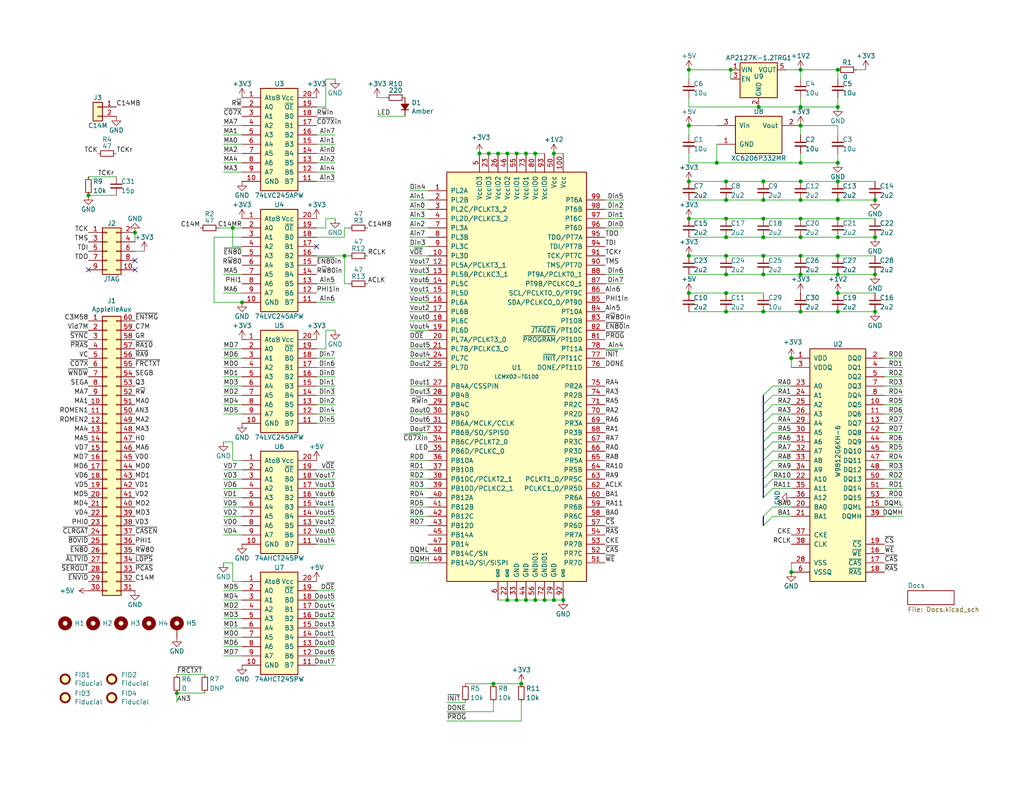
<source format=kicad_sch>
(kicad_sch (version 20230121) (generator eeschema)
  (paper "USLetter")
  (title_block (title "GW4203B (RAM2E II) - LCMXO2-640 / LCMXO2-1200") (date "2023-10-21") (rev "2.1") (company "Garrett's Workshop"))
  (junction (at 198.12 85.09))
  (junction (at 218.44 49.53))
  (junction (at 135.89 41.91))
  (junction (at 187.96 59.69))
  (junction (at 228.6 59.69))
  (junction (at 143.51 163.83))
  (junction (at 218.44 44.45))
  (junction (at 208.28 85.09))
  (junction (at 208.28 64.77))
  (junction (at 198.12 74.93))
  (junction (at 238.76 74.93))
  (junction (at 143.51 41.91))
  (junction (at 228.6 80.01))
  (junction (at 187.96 34.29))
  (junction (at 187.96 80.01))
  (junction (at 133.35 41.91))
  (junction (at 140.97 41.91))
  (junction (at 187.96 69.85))
  (junction (at 228.6 64.77))
  (junction (at 238.76 64.77))
  (junction (at 148.59 163.83))
  (junction (at 218.44 74.93))
  (junction (at 218.44 19.05))
  (junction (at 142.24 186.69))
  (junction (at 228.6 29.21))
  (junction (at 134.62 186.69))
  (junction (at 198.12 64.77))
  (junction (at 138.43 163.83))
  (junction (at 146.05 41.91))
  (junction (at 238.76 54.61))
  (junction (at 93.98 69.85))
  (junction (at 228.6 74.93))
  (junction (at 146.05 163.83))
  (junction (at 198.12 80.01))
  (junction (at 199.39 19.05))
  (junction (at 36.83 63.5))
  (junction (at 228.6 54.61))
  (junction (at 228.6 44.45))
  (junction (at 218.44 59.69))
  (junction (at 138.43 41.91))
  (junction (at 63.5 62.23))
  (junction (at 151.13 41.91))
  (junction (at 228.6 49.53))
  (junction (at 215.9 156.21))
  (junction (at 66.04 82.55))
  (junction (at 208.28 69.85))
  (junction (at 130.81 41.91))
  (junction (at 208.28 54.61))
  (junction (at 140.97 163.83))
  (junction (at 151.13 163.83))
  (junction (at 208.28 74.93))
  (junction (at 218.44 64.77))
  (junction (at 218.44 85.09))
  (junction (at 24.13 53.34))
  (junction (at 153.67 163.83))
  (junction (at 198.12 49.53))
  (junction (at 238.76 85.09))
  (junction (at 187.96 19.05))
  (junction (at 228.6 69.85))
  (junction (at 198.12 54.61))
  (junction (at 218.44 54.61))
  (junction (at 195.58 44.45))
  (junction (at 198.12 59.69))
  (junction (at 208.28 59.69))
  (junction (at 48.26 189.23))
  (junction (at 215.9 97.79))
  (junction (at 208.28 49.53))
  (junction (at 228.6 85.09))
  (junction (at 228.6 19.05))
  (junction (at 187.96 49.53))
  (junction (at 218.44 29.21))
  (junction (at 218.44 69.85))
  (junction (at 218.44 34.29))
  (junction (at 207.01 29.21))
  (junction (at 198.12 69.85))
  (no_connect (at 36.83 71.12))
  (no_connect (at 24.13 73.66))
  (no_connect (at 36.83 73.66))
  (no_connect (at 86.36 67.31))
  (bus_entry (at 210.82 115.57) (size -2.54 2.54))
  (bus_entry (at 210.82 140.97) (size -2.54 2.54))
  (bus_entry (at 210.82 113.03) (size -2.54 2.54))
  (bus_entry (at 210.82 138.43) (size -2.54 2.54))
  (bus_entry (at 210.82 123.19) (size -2.54 2.54))
  (bus_entry (at 210.82 107.95) (size -2.54 2.54))
  (bus_entry (at 210.82 110.49) (size -2.54 2.54))
  (bus_entry (at 210.82 118.11) (size -2.54 2.54))
  (bus_entry (at 210.82 130.81) (size -2.54 2.54))
  (bus_entry (at 210.82 133.35) (size -2.54 2.54))
  (bus_entry (at 210.82 105.41) (size -2.54 2.54))
  (bus_entry (at 210.82 128.27) (size -2.54 2.54))
  (bus_entry (at 210.82 125.73) (size -2.54 2.54))
  (bus_entry (at 210.82 120.65) (size -2.54 2.54))
  (wire (pts (xy 133.35 41.91) (xy 135.89 41.91)))
  (wire (pts (xy 140.97 41.91) (xy 143.51 41.91)))
  (wire (pts (xy 86.36 95.25) (xy 88.9 95.25)))
  (wire (pts (xy 58.42 64.77) (xy 58.42 82.55)))
  (wire (pts (xy 63.5 62.23) (xy 63.5 67.31)))
  (wire (pts (xy 208.28 64.77) (xy 218.44 64.77)))
  (wire (pts (xy 60.96 171.45) (xy 66.04 171.45)))
  (wire (pts (xy 134.62 186.69) (xy 142.24 186.69)))
  (wire (pts (xy 91.44 146.05) (xy 86.36 146.05)))
  (wire (pts (xy 60.96 113.03) (xy 66.04 113.03)))
  (wire (pts (xy 246.38 138.43) (xy 241.3 138.43)))
  (wire (pts (xy 58.42 82.55) (xy 66.04 82.55)))
  (wire (pts (xy 111.76 133.35) (xy 116.84 133.35)))
  (wire (pts (xy 91.44 82.55) (xy 86.36 82.55)))
  (wire (pts (xy 60.96 146.05) (xy 66.04 146.05)))
  (wire (pts (xy 91.44 173.99) (xy 86.36 173.99)))
  (wire (pts (xy 215.9 140.97) (xy 210.82 140.97)))
  (wire (pts (xy 170.18 77.47) (xy 165.1 77.47)))
  (wire (pts (xy 91.44 102.87) (xy 86.36 102.87)))
  (wire (pts (xy 187.96 44.45) (xy 187.96 41.91)))
  (wire (pts (xy 208.28 85.09) (xy 218.44 85.09)))
  (wire (pts (xy 218.44 44.45) (xy 228.6 44.45)))
  (wire (pts (xy 228.6 44.45) (xy 228.6 41.91)))
  (wire (pts (xy 246.38 130.81) (xy 241.3 130.81)))
  (wire (pts (xy 198.12 74.93) (xy 208.28 74.93)))
  (wire (pts (xy 187.96 59.69) (xy 198.12 59.69)))
  (wire (pts (xy 138.43 41.91) (xy 140.97 41.91)))
  (wire (pts (xy 215.9 123.19) (xy 210.82 123.19)))
  (wire (pts (xy 111.76 90.17) (xy 116.84 90.17)))
  (wire (pts (xy 121.92 191.77) (xy 127 191.77)))
  (wire (pts (xy 170.18 62.23) (xy 165.1 62.23)))
  (wire (pts (xy 93.98 64.77) (xy 93.98 62.23)))
  (wire (pts (xy 60.96 44.45) (xy 66.04 44.45)))
  (wire (pts (xy 111.76 135.89) (xy 116.84 135.89)))
  (wire (pts (xy 146.05 41.91) (xy 148.59 41.91)))
  (wire (pts (xy 60.96 34.29) (xy 66.04 34.29)))
  (wire (pts (xy 228.6 49.53) (xy 238.76 49.53)))
  (wire (pts (xy 60.96 95.25) (xy 66.04 95.25)))
  (wire (pts (xy 111.76 82.55) (xy 116.84 82.55)))
  (wire (pts (xy 91.44 130.81) (xy 86.36 130.81)))
  (wire (pts (xy 48.26 189.23) (xy 48.26 191.77)))
  (wire (pts (xy 215.9 107.95) (xy 210.82 107.95)))
  (wire (pts (xy 121.92 196.85) (xy 142.24 196.85)))
  (wire (pts (xy 91.44 97.79) (xy 86.36 97.79)))
  (wire (pts (xy 218.44 29.21) (xy 207.01 29.21)))
  (wire (pts (xy 151.13 163.83) (xy 148.59 163.83)))
  (wire (pts (xy 218.44 21.59) (xy 218.44 19.05)))
  (wire (pts (xy 111.76 57.15) (xy 116.84 57.15)))
  (wire (pts (xy 215.9 138.43) (xy 210.82 138.43)))
  (bus (pts (xy 208.28 128.27) (xy 208.28 130.81)))
  (wire (pts (xy 111.76 100.33) (xy 116.84 100.33)))
  (bus (pts (xy 208.28 123.19) (xy 208.28 125.73)))
  (wire (pts (xy 60.96 140.97) (xy 66.04 140.97)))
  (wire (pts (xy 210.82 133.35) (xy 215.9 133.35)))
  (wire (pts (xy 218.44 74.93) (xy 228.6 74.93)))
  (wire (pts (xy 187.96 34.29) (xy 187.96 36.83)))
  (wire (pts (xy 170.18 54.61) (xy 165.1 54.61)))
  (wire (pts (xy 111.76 74.93) (xy 116.84 74.93)))
  (wire (pts (xy 91.44 135.89) (xy 86.36 135.89)))
  (wire (pts (xy 91.44 39.37) (xy 86.36 39.37)))
  (wire (pts (xy 218.44 36.83) (xy 218.44 34.29)))
  (bus (pts (xy 208.28 120.65) (xy 208.28 123.19)))
  (wire (pts (xy 95.25 69.85) (xy 93.98 69.85)))
  (wire (pts (xy 111.76 95.25) (xy 116.84 95.25)))
  (wire (pts (xy 60.96 143.51) (xy 66.04 143.51)))
  (wire (pts (xy 170.18 74.93) (xy 165.1 74.93)))
  (wire (pts (xy 60.96 110.49) (xy 66.04 110.49)))
  (wire (pts (xy 111.76 64.77) (xy 116.84 64.77)))
  (wire (pts (xy 228.6 21.59) (xy 228.6 19.05)))
  (wire (pts (xy 60.96 166.37) (xy 66.04 166.37)))
  (wire (pts (xy 218.44 49.53) (xy 228.6 49.53)))
  (wire (pts (xy 116.84 92.71) (xy 111.76 92.71)))
  (wire (pts (xy 48.26 184.15) (xy 55.88 184.15)))
  (wire (pts (xy 215.9 125.73) (xy 210.82 125.73)))
  (wire (pts (xy 88.9 21.59) (xy 91.44 21.59)))
  (wire (pts (xy 198.12 54.61) (xy 208.28 54.61)))
  (wire (pts (xy 170.18 95.25) (xy 165.1 95.25)))
  (wire (pts (xy 135.89 41.91) (xy 138.43 41.91)))
  (wire (pts (xy 130.81 41.91) (xy 133.35 41.91)))
  (wire (pts (xy 91.44 171.45) (xy 86.36 171.45)))
  (wire (pts (xy 228.6 80.01) (xy 238.76 80.01)))
  (wire (pts (xy 91.44 138.43) (xy 86.36 138.43)))
  (wire (pts (xy 60.96 107.95) (xy 66.04 107.95)))
  (wire (pts (xy 24.13 48.26) (xy 31.75 48.26)))
  (wire (pts (xy 93.98 69.85) (xy 93.98 77.47)))
  (wire (pts (xy 86.36 128.27) (xy 91.44 128.27)))
  (wire (pts (xy 36.83 66.04) (xy 36.83 63.5)))
  (wire (pts (xy 60.96 36.83) (xy 66.04 36.83)))
  (wire (pts (xy 218.44 69.85) (xy 228.6 69.85)))
  (bus (pts (xy 208.28 110.49) (xy 208.28 113.03)))
  (wire (pts (xy 111.76 118.11) (xy 116.84 118.11)))
  (wire (pts (xy 60.96 46.99) (xy 66.04 46.99)))
  (wire (pts (xy 187.96 44.45) (xy 195.58 44.45)))
  (wire (pts (xy 111.76 62.23) (xy 116.84 62.23)))
  (wire (pts (xy 60.96 105.41) (xy 66.04 105.41)))
  (wire (pts (xy 208.28 74.93) (xy 218.44 74.93)))
  (wire (pts (xy 153.67 41.91) (xy 151.13 41.91)))
  (bus (pts (xy 208.28 125.73) (xy 208.28 128.27)))
  (wire (pts (xy 91.44 44.45) (xy 86.36 44.45)))
  (wire (pts (xy 91.44 77.47) (xy 86.36 77.47)))
  (wire (pts (xy 60.96 80.01) (xy 66.04 80.01)))
  (wire (pts (xy 91.44 36.83) (xy 86.36 36.83)))
  (wire (pts (xy 187.96 29.21) (xy 207.01 29.21)))
  (wire (pts (xy 66.04 158.75) (xy 63.5 158.75)))
  (wire (pts (xy 236.22 19.05) (xy 233.68 19.05)))
  (wire (pts (xy 246.38 107.95) (xy 241.3 107.95)))
  (wire (pts (xy 60.96 168.91) (xy 66.04 168.91)))
  (wire (pts (xy 228.6 74.93) (xy 238.76 74.93)))
  (wire (pts (xy 91.44 179.07) (xy 86.36 179.07)))
  (wire (pts (xy 60.96 173.99) (xy 66.04 173.99)))
  (wire (pts (xy 228.6 34.29) (xy 218.44 34.29)))
  (wire (pts (xy 146.05 163.83) (xy 143.51 163.83)))
  (wire (pts (xy 91.44 41.91) (xy 86.36 41.91)))
  (wire (pts (xy 187.96 69.85) (xy 198.12 69.85)))
  (wire (pts (xy 63.5 158.75) (xy 63.5 153.67)))
  (wire (pts (xy 60.96 163.83) (xy 66.04 163.83)))
  (wire (pts (xy 111.76 143.51) (xy 116.84 143.51)))
  (wire (pts (xy 55.88 189.23) (xy 48.26 189.23)))
  (bus (pts (xy 208.28 140.97) (xy 208.28 143.51)))
  (wire (pts (xy 110.49 31.75) (xy 102.87 31.75)))
  (wire (pts (xy 218.44 29.21) (xy 218.44 26.67)))
  (wire (pts (xy 63.5 120.65) (xy 60.96 120.65)))
  (wire (pts (xy 228.6 36.83) (xy 228.6 34.29)))
  (wire (pts (xy 93.98 77.47) (xy 95.25 77.47)))
  (wire (pts (xy 246.38 123.19) (xy 241.3 123.19)))
  (wire (pts (xy 88.9 59.69) (xy 91.44 59.69)))
  (wire (pts (xy 187.96 54.61) (xy 198.12 54.61)))
  (wire (pts (xy 111.76 54.61) (xy 116.84 54.61)))
  (wire (pts (xy 246.38 113.03) (xy 241.3 113.03)))
  (wire (pts (xy 218.44 44.45) (xy 195.58 44.45)))
  (wire (pts (xy 60.96 74.93) (xy 66.04 74.93)))
  (wire (pts (xy 60.96 39.37) (xy 66.04 39.37)))
  (wire (pts (xy 215.9 118.11) (xy 210.82 118.11)))
  (wire (pts (xy 246.38 105.41) (xy 241.3 105.41)))
  (wire (pts (xy 228.6 64.77) (xy 238.76 64.77)))
  (wire (pts (xy 59.69 62.23) (xy 63.5 62.23)))
  (wire (pts (xy 198.12 85.09) (xy 208.28 85.09)))
  (wire (pts (xy 198.12 64.77) (xy 208.28 64.77)))
  (wire (pts (xy 91.44 143.51) (xy 86.36 143.51)))
  (wire (pts (xy 215.9 100.33) (xy 215.9 97.79)))
  (wire (pts (xy 102.87 26.67) (xy 105.41 26.67)))
  (wire (pts (xy 91.44 140.97) (xy 86.36 140.97)))
  (wire (pts (xy 187.96 64.77) (xy 198.12 64.77)))
  (wire (pts (xy 127 186.69) (xy 134.62 186.69)))
  (wire (pts (xy 63.5 153.67) (xy 60.96 153.67)))
  (wire (pts (xy 228.6 59.69) (xy 238.76 59.69)))
  (wire (pts (xy 142.24 191.77) (xy 142.24 196.85)))
  (wire (pts (xy 198.12 85.09) (xy 187.96 85.09)))
  (wire (pts (xy 63.5 125.73) (xy 63.5 120.65)))
  (wire (pts (xy 60.96 179.07) (xy 66.04 179.07)))
  (wire (pts (xy 198.12 80.01) (xy 208.28 80.01)))
  (wire (pts (xy 187.96 74.93) (xy 198.12 74.93)))
  (wire (pts (xy 218.44 64.77) (xy 228.6 64.77)))
  (wire (pts (xy 88.9 59.69) (xy 88.9 62.23)))
  (wire (pts (xy 134.62 194.31) (xy 134.62 191.77)))
  (wire (pts (xy 60.96 130.81) (xy 66.04 130.81)))
  (wire (pts (xy 215.9 156.21) (xy 215.9 153.67)))
  (wire (pts (xy 86.36 64.77) (xy 93.98 64.77)))
  (wire (pts (xy 138.43 163.83) (xy 135.89 163.83)))
  (wire (pts (xy 66.04 62.23) (xy 63.5 62.23)))
  (wire (pts (xy 60.96 128.27) (xy 66.04 128.27)))
  (wire (pts (xy 187.96 19.05) (xy 199.39 19.05)))
  (wire (pts (xy 246.38 97.79) (xy 241.3 97.79)))
  (wire (pts (xy 246.38 128.27) (xy 241.3 128.27)))
  (wire (pts (xy 218.44 19.05) (xy 214.63 19.05)))
  (wire (pts (xy 246.38 125.73) (xy 241.3 125.73)))
  (wire (pts (xy 246.38 120.65) (xy 241.3 120.65)))
  (wire (pts (xy 199.39 19.05) (xy 199.39 21.59)))
  (wire (pts (xy 246.38 133.35) (xy 241.3 133.35)))
  (wire (pts (xy 60.96 161.29) (xy 66.04 161.29)))
  (wire (pts (xy 93.98 62.23) (xy 95.25 62.23)))
  (wire (pts (xy 60.96 176.53) (xy 66.04 176.53)))
  (wire (pts (xy 66.04 64.77) (xy 58.42 64.77)))
  (wire (pts (xy 238.76 85.09) (xy 228.6 85.09)))
  (wire (pts (xy 91.44 176.53) (xy 86.36 176.53)))
  (wire (pts (xy 153.67 163.83) (xy 151.13 163.83)))
  (wire (pts (xy 187.96 19.05) (xy 187.96 21.59)))
  (wire (pts (xy 91.44 163.83) (xy 86.36 163.83)))
  (wire (pts (xy 111.76 105.41) (xy 116.84 105.41)))
  (wire (pts (xy 111.76 77.47) (xy 116.84 77.47)))
  (wire (pts (xy 187.96 49.53) (xy 198.12 49.53)))
  (wire (pts (xy 86.36 69.85) (xy 93.98 69.85)))
  (wire (pts (xy 215.9 105.41) (xy 210.82 105.41)))
  (wire (pts (xy 218.44 44.45) (xy 218.44 41.91)))
  (wire (pts (xy 208.28 49.53) (xy 218.44 49.53)))
  (wire (pts (xy 111.76 52.07) (xy 116.84 52.07)))
  (wire (pts (xy 60.96 102.87) (xy 66.04 102.87)))
  (wire (pts (xy 31.75 53.34) (xy 24.13 53.34)))
  (wire (pts (xy 116.84 69.85) (xy 111.76 69.85)))
  (wire (pts (xy 246.38 115.57) (xy 241.3 115.57)))
  (wire (pts (xy 215.9 110.49) (xy 210.82 110.49)))
  (wire (pts (xy 111.76 87.63) (xy 116.84 87.63)))
  (wire (pts (xy 246.38 100.33) (xy 241.3 100.33)))
  (wire (pts (xy 198.12 49.53) (xy 208.28 49.53)))
  (wire (pts (xy 111.76 115.57) (xy 116.84 115.57)))
  (wire (pts (xy 91.44 49.53) (xy 86.36 49.53)))
  (wire (pts (xy 198.12 59.69) (xy 208.28 59.69)))
  (wire (pts (xy 143.51 41.91) (xy 146.05 41.91)))
  (wire (pts (xy 246.38 135.89) (xy 241.3 135.89)))
  (wire (pts (xy 86.36 62.23) (xy 88.9 62.23)))
  (wire (pts (xy 215.9 120.65) (xy 210.82 120.65)))
  (wire (pts (xy 86.36 29.21) (xy 88.9 29.21)))
  (wire (pts (xy 218.44 29.21) (xy 228.6 29.21)))
  (wire (pts (xy 208.28 54.61) (xy 218.44 54.61)))
  (wire (pts (xy 228.6 19.05) (xy 218.44 19.05)))
  (wire (pts (xy 208.28 59.69) (xy 218.44 59.69)))
  (wire (pts (xy 215.9 128.27) (xy 210.82 128.27)))
  (wire (pts (xy 187.96 34.29) (xy 195.58 34.29)))
  (wire (pts (xy 187.96 80.01) (xy 198.12 80.01)))
  (wire (pts (xy 91.44 113.03) (xy 86.36 113.03)))
  (wire (pts (xy 111.76 125.73) (xy 116.84 125.73)))
  (wire (pts (xy 116.84 153.67) (xy 111.76 153.67)))
  (bus (pts (xy 208.28 113.03) (xy 208.28 115.57)))
  (wire (pts (xy 111.76 140.97) (xy 116.84 140.97)))
  (wire (pts (xy 86.36 161.29) (xy 91.44 161.29)))
  (wire (pts (xy 91.44 148.59) (xy 86.36 148.59)))
  (wire (pts (xy 60.96 97.79) (xy 66.04 97.79)))
  (wire (pts (xy 228.6 54.61) (xy 238.76 54.61)))
  (wire (pts (xy 39.37 68.58) (xy 36.83 68.58)))
  (wire (pts (xy 111.76 72.39) (xy 116.84 72.39)))
  (wire (pts (xy 146.05 163.83) (xy 148.59 163.83)))
  (wire (pts (xy 66.04 125.73) (xy 63.5 125.73)))
  (wire (pts (xy 246.38 118.11) (xy 241.3 118.11)))
  (wire (pts (xy 246.38 102.87) (xy 241.3 102.87)))
  (wire (pts (xy 121.92 194.31) (xy 134.62 194.31)))
  (wire (pts (xy 63.5 67.31) (xy 66.04 67.31)))
  (wire (pts (xy 91.44 168.91) (xy 86.36 168.91)))
  (wire (pts (xy 91.44 105.41) (xy 86.36 105.41)))
  (wire (pts (xy 215.9 130.81) (xy 210.82 130.81)))
  (wire (pts (xy 143.51 163.83) (xy 140.97 163.83)))
  (wire (pts (xy 215.9 113.03) (xy 210.82 113.03)))
  (wire (pts (xy 140.97 163.83) (xy 138.43 163.83)))
  (wire (pts (xy 111.76 107.95) (xy 116.84 107.95)))
  (wire (pts (xy 246.38 110.49) (xy 241.3 110.49)))
  (wire (pts (xy 170.18 57.15) (xy 165.1 57.15)))
  (wire (pts (xy 187.96 29.21) (xy 187.96 26.67)))
  (wire (pts (xy 91.44 133.35) (xy 86.36 133.35)))
  (wire (pts (xy 88.9 95.25) (xy 88.9 90.17)))
  (bus (pts (xy 208.28 118.11) (xy 208.28 120.65)))
  (bus (pts (xy 208.28 107.95) (xy 208.28 110.49)))
  (wire (pts (xy 88.9 21.59) (xy 88.9 29.21)))
  (wire (pts (xy 170.18 59.69) (xy 165.1 59.69)))
  (wire (pts (xy 60.96 41.91) (xy 66.04 41.91)))
  (wire (pts (xy 111.76 85.09) (xy 116.84 85.09)))
  (wire (pts (xy 91.44 46.99) (xy 86.36 46.99)))
  (wire (pts (xy 198.12 69.85) (xy 208.28 69.85)))
  (wire (pts (xy 60.96 100.33) (xy 66.04 100.33)))
  (wire (pts (xy 208.28 69.85) (xy 218.44 69.85)))
  (wire (pts (xy 91.44 115.57) (xy 86.36 115.57)))
  (wire (pts (xy 228.6 29.21) (xy 228.6 26.67)))
  (wire (pts (xy 215.9 115.57) (xy 210.82 115.57)))
  (bus (pts (xy 208.28 130.81) (xy 208.28 133.35)))
  (bus (pts (xy 208.28 115.57) (xy 208.28 118.11)))
  (wire (pts (xy 116.84 151.13) (xy 111.76 151.13)))
  (wire (pts (xy 111.76 113.03) (xy 116.84 113.03)))
  (wire (pts (xy 60.96 133.35) (xy 66.04 133.35)))
  (wire (pts (xy 195.58 44.45) (xy 195.58 39.37)))
  (wire (pts (xy 111.76 59.69) (xy 116.84 59.69)))
  (wire (pts (xy 91.44 100.33) (xy 86.36 100.33)))
  (wire (pts (xy 116.84 138.43) (xy 111.76 138.43)))
  (wire (pts (xy 218.44 59.69) (xy 228.6 59.69)))
  (wire (pts (xy 218.44 54.61) (xy 228.6 54.61)))
  (wire (pts (xy 228.6 69.85) (xy 238.76 69.85)))
  (wire (pts (xy 60.96 135.89) (xy 66.04 135.89)))
  (wire (pts (xy 111.76 80.01) (xy 116.84 80.01)))
  (wire (pts (xy 111.76 130.81) (xy 116.84 130.81)))
  (wire (pts (xy 91.44 181.61) (xy 86.36 181.61)))
  (wire (pts (xy 218.44 85.09) (xy 228.6 85.09)))
  (wire (pts (xy 91.44 166.37) (xy 86.36 166.37)))
  (wire (pts (xy 60.96 138.43) (xy 66.04 138.43)))
  (wire (pts (xy 91.44 107.95) (xy 86.36 107.95)))
  (wire (pts (xy 111.76 128.27) (xy 116.84 128.27)))
  (wire (pts (xy 246.38 140.97) (xy 241.3 140.97)))
  (bus (pts (xy 208.28 133.35) (xy 208.28 135.89)))
  (wire (pts (xy 111.76 67.31) (xy 116.84 67.31)))
  (wire (pts (xy 91.44 110.49) (xy 86.36 110.49)))
  (wire (pts (xy 111.76 97.79) (xy 116.84 97.79)))
  (wire (pts (xy 88.9 90.17) (xy 91.44 90.17)))
  (label "~{PRAS}" (at 24.13 95.25 180))
  (label "RA4" (at 215.9 115.57 180))
  (label "~{SEROUT}" (at 24.13 156.21 180))
  (label "MD1" (at 60.96 171.45 0))
  (label "MD0" (at 36.83 128.27 0))
  (label "MD5" (at 24.13 135.89 180))
  (label "Din0" (at 170.18 62.23 180))
  (label "RD2" (at 246.38 130.81 180))
  (label "Ain4" (at 170.18 95.25 180))
  (label "TCKr" (at 165.1 69.85 0))
  (label "RD6" (at 111.76 140.97 0))
  (label "RA8" (at 165.1 125.73 0))
  (label "Din3" (at 91.44 107.95 180))
  (label "MD3" (at 60.96 168.91 0))
  (label "~{WNDW}" (at 24.13 102.87 180))
  (label "MD4" (at 60.96 110.49 0))
  (label "RD1" (at 111.76 128.27 0))
  (label "Vout6" (at 111.76 77.47 0))
  (label "RCLK" (at 100.33 69.85 0))
  (label "MD2" (at 60.96 166.37 0))
  (label "RCLK" (at 215.9 148.59 180))
  (label "MA5" (at 24.13 120.65 180))
  (label "Vout6" (at 91.44 135.89 180))
  (label "Ain2" (at 111.76 62.23 0))
  (label "Ain6" (at 165.1 80.01 0))
  (label "~{ENVID}" (at 24.13 158.75 180))
  (label "Din5" (at 170.18 54.61 180))
  (label "Din2" (at 170.18 57.15 180))
  (label "Ain6" (at 91.44 82.55 180))
  (label "VD6" (at 60.96 133.35 0))
  (label "Din6" (at 170.18 74.93 180))
  (label "RA5" (at 165.1 110.49 0))
  (label "VD0" (at 36.83 125.73 0))
  (label "PHI1in" (at 165.1 82.55 0))
  (label "Dout0" (at 111.76 113.03 0))
  (label "MD7" (at 60.96 179.07 0))
  (label "Vout5" (at 91.44 140.97 180))
  (label "Ain2" (at 91.44 44.45 180))
  (label "Din6" (at 91.44 100.33 180))
  (label "Ain0" (at 91.44 41.91 180))
  (label "Din4" (at 111.76 52.07 0))
  (label "VD0" (at 60.96 143.51 0))
  (label "~{CASEN}" (at 36.83 146.05 0))
  (label "RD3" (at 246.38 105.41 180))
  (label "DONE" (at 165.1 100.33 0))
  (label "PHI0" (at 24.13 143.51 180))
  (label "R~{W}80" (at 36.83 151.13 0))
  (label "Dout2" (at 111.76 100.33 0))
  (label "Ain4" (at 91.44 46.99 180))
  (label "~{PROG}" (at 165.1 92.71 0))
  (label "ROMEN2" (at 24.13 115.57 180))
  (label "Din4" (at 91.44 113.03 180))
  (label "GR" (at 36.83 92.71 0))
  (label "MA7" (at 24.13 107.95 180))
  (label "RD7" (at 246.38 115.57 180))
  (label "Vout0" (at 91.44 146.05 180))
  (label "Dout0" (at 91.44 176.53 180))
  (label "Dout6" (at 91.44 179.07 180))
  (label "VD4" (at 24.13 140.97 180))
  (label "~{SYNC}" (at 24.13 92.71 180))
  (label "MA0" (at 36.83 110.49 0))
  (label "~{EN80}in" (at 165.1 90.17 0))
  (label "Dout2" (at 91.44 168.91 180))
  (label "Vout4" (at 111.76 90.17 0))
  (label "VD2" (at 36.83 135.89 0))
  (label "Dout4" (at 91.44 166.37 180))
  (label "H0" (at 36.83 120.65 0))
  (label "RA3" (at 165.1 107.95 0))
  (label "RA5" (at 215.9 118.11 180))
  (label "VD5" (at 60.96 138.43 0))
  (label "Dout3" (at 91.44 171.45 180))
  (label "RD6" (at 246.38 120.65 180))
  (label "~{LDPS}" (at 36.83 153.67 0))
  (label "VC" (at 24.13 97.79 180))
  (label "RA0" (at 165.1 123.19 0))
  (label "MD0" (at 60.96 100.33 0))
  (label "Din0" (at 91.44 102.87 180))
  (label "TCK" (at 24.13 63.5 180))
  (label "VD1" (at 60.96 135.89 0))
  (label "BA0" (at 215.9 138.43 180))
  (label "MD7" (at 24.13 125.73 180))
  (label "RA11" (at 215.9 133.35 180))
  (label "Vout2" (at 91.44 143.51 180))
  (label "MA4" (at 24.13 118.11 180))
  (label "LED" (at 102.87 31.75 0))
  (label "MD3" (at 60.96 105.41 0))
  (label "RA9" (at 165.1 130.81 0))
  (label "RD2" (at 111.76 130.81 0))
  (label "~{PROG}" (at 121.92 196.85 0))
  (label "Vout3" (at 91.44 133.35 180))
  (label "RA11" (at 165.1 138.43 0))
  (label "R~{W}" (at 36.83 107.95 0))
  (label "CKE" (at 165.1 148.59 0))
  (label "~{CLRGAT}" (at 24.13 146.05 180))
  (label "Ain5" (at 165.1 85.09 0))
  (label "R~{W}in" (at 116.84 110.49 180))
  (label "VD4" (at 60.96 146.05 0))
  (label "MA7" (at 60.96 34.29 0))
  (label "MD0" (at 60.96 173.99 0))
  (label "~{C07X}in" (at 86.36 34.29 0))
  (label "DQMH" (at 111.76 153.67 0))
  (label "MD2" (at 60.96 107.95 0))
  (label "RA6" (at 215.9 120.65 180))
  (label "RD4" (at 111.76 135.89 0))
  (label "Din2" (at 91.44 110.49 180))
  (label "MD4" (at 60.96 163.83 0))
  (label "Dout6" (at 111.76 115.57 0))
  (label "R~{W}80in" (at 86.36 74.93 0))
  (label "MA5" (at 60.96 74.93 0))
  (label "DQMH" (at 246.38 140.97 180))
  (label "~{EN80}" (at 66.04 69.85 180))
  (label "V~{OE}" (at 111.76 69.85 0))
  (label "MD6" (at 24.13 128.27 180))
  (label "MD3" (at 36.83 140.97 0))
  (label "Din3" (at 111.76 67.31 0))
  (label "~{CAS}" (at 165.1 151.13 0))
  (label "VD7" (at 24.13 123.19 180))
  (label "VD3" (at 60.96 130.81 0))
  (label "RA3" (at 215.9 113.03 180))
  (label "MA1" (at 24.13 110.49 180))
  (label "C7M" (at 36.83 90.17 0))
  (label "~{EN80}in" (at 86.36 72.39 0))
  (label "~{80VID}" (at 24.13 148.59 180))
  (label "RD2" (at 246.38 102.87 180))
  (label "Dout1" (at 111.76 105.41 0))
  (label "RA2" (at 165.1 113.03 0))
  (label "Vout1" (at 91.44 138.43 180))
  (label "~{RAS}" (at 241.3 156.21 0))
  (label "BA1" (at 165.1 135.89 0))
  (label "~{FRCTXT}" (at 48.26 184.15 0))
  (label "MD6" (at 60.96 176.53 0))
  (label "Ain1" (at 91.44 39.37 180))
  (label "VD6" (at 24.13 130.81 180))
  (label "Ain3" (at 111.76 59.69 0))
  (label "PHI1in" (at 86.36 80.01 0))
  (label "~{C07X}" (at 24.13 100.33 180))
  (label "~{ALTVID}" (at 24.13 153.67 180))
  (label "Ain3" (at 91.44 49.53 180))
  (label "~{C07X}" (at 66.04 31.75 180))
  (label "~{CS}" (at 165.1 143.51 0))
  (label "RA4" (at 165.1 105.41 0))
  (label "R~{W}80" (at 66.04 72.39 180))
  (label "Dout1" (at 91.44 173.99 180))
  (label "PHI1" (at 66.04 77.47 180))
  (label "RD1" (at 246.38 100.33 180))
  (label "RA1" (at 165.1 118.11 0))
  (label "R~{W}" (at 66.04 29.21 180))
  (label "~{FRCTXT}" (at 36.83 100.33 0))
  (label "R~{W}80in" (at 165.1 87.63 0))
  (label "MA6" (at 36.83 123.19 0))
  (label "~{CS}" (at 241.3 148.59 0))
  (label "PHI1" (at 36.83 148.59 0))
  (label "Ain1" (at 111.76 54.61 0))
  (label "TDI" (at 165.1 67.31 0))
  (label "RD3" (at 111.76 133.35 0))
  (label "BA0" (at 165.1 140.97 0))
  (label "Din1" (at 91.44 105.41 180))
  (label "VD7" (at 60.96 128.27 0))
  (label "RD6" (at 246.38 113.03 180))
  (label "Vout0" (at 111.76 87.63 0))
  (label "VD5" (at 24.13 133.35 180))
  (label "~{CAS}" (at 241.3 153.67 0))
  (label "C14M" (at 36.83 158.75 0))
  (label "RD7" (at 246.38 118.11 180))
  (label "RD3" (at 246.38 128.27 180))
  (label "TDO" (at 165.1 64.77 0))
  (label "AN3" (at 36.83 113.03 0))
  (label "TDO" (at 24.13 71.12 180))
  (label "RA2" (at 215.9 110.49 180))
  (label "RA10" (at 215.9 130.81 180))
  (label "RD5" (at 111.76 138.43 0))
  (label "MA6" (at 60.96 80.01 0))
  (label "Dout5" (at 111.76 95.25 0))
  (label "DQML" (at 246.38 138.43 180))
  (label "RA9" (at 215.9 128.27 180))
  (label "MD5" (at 60.96 113.03 0))
  (label "BA1" (at 215.9 140.97 180))
  (label "Vid7M" (at 24.13 90.17 180))
  (label "Vout7" (at 111.76 72.39 0))
  (label "~{ENTMG}" (at 36.83 87.63 0))
  (label "RD0" (at 246.38 135.89 180))
  (label "MA3" (at 60.96 46.99 0))
  (label "VD1" (at 36.83 133.35 0))
  (label "MA3" (at 36.83 118.11 0))
  (label "~{WE}" (at 241.3 151.13 0))
  (label "VD3" (at 36.83 143.51 0))
  (label "~{C07X}in" (at 116.84 120.65 180))
  (label "~{RA10}" (at 36.83 95.25 0))
  (label "Din7" (at 170.18 77.47 180))
  (label "SEGA" (at 24.13 105.41 180))
  (label "MD2" (at 36.83 138.43 0))
  (label "AN3" (at 48.26 191.77 0))
  (label "MA2" (at 60.96 41.91 0))
  (label "RD5" (at 246.38 110.49 180))
  (label "ACLK" (at 165.1 133.35 0))
  (label "RA8" (at 215.9 125.73 180))
  (label "MD1" (at 36.83 130.81 0))
  (label "D~{OE}" (at 111.76 92.71 0))
  (label "MD4" (at 24.13 138.43 180))
  (label "MA4" (at 60.96 44.45 0))
  (label "RD5" (at 246.38 123.19 180))
  (label "RD4" (at 246.38 125.73 180))
  (label "RA0" (at 215.9 105.41 180))
  (label "MD5" (at 60.96 161.29 0))
  (label "MA2" (at 36.83 115.57 0))
  (label "V~{OE}" (at 91.44 128.27 180))
  (label "MD1" (at 60.96 102.87 0))
  (label "C3M58" (at 24.13 87.63 180))
  (label "~{RAS}" (at 165.1 146.05 0))
  (label "Ain0" (at 111.76 57.15 0))
  (label "~{INIT}" (at 121.92 191.77 0))
  (label "VD2" (at 60.96 140.97 0))
  (label "D~{OE}" (at 91.44 161.29 180))
  (label "Ain7" (at 91.44 36.83 180))
  (label "RD0" (at 246.38 97.79 180))
  (label "RA1" (at 215.9 107.95 180))
  (label "RA10" (at 165.1 128.27 0))
  (label "~{EN80}" (at 24.13 151.13 180))
  (label "Vout7" (at 91.44 130.81 180))
  (label "DONE" (at 121.92 194.31 0))
  (label "Ain7" (at 111.76 64.77 0))
  (label "RA7" (at 165.1 120.65 0))
  (label "~{RA9}" (at 36.83 97.79 0))
  (label "TMS" (at 24.13 66.04 180))
  (label "TCKr" (at 26.67 48.26 0))
  (label "Din7" (at 91.44 97.79 180))
  (label "C14MB" (at 31.75 29.21 0))
  (label "Din1" (at 170.18 59.69 180))
  (label "MD6" (at 60.96 97.79 0))
  (label "Vout4" (at 91.44 148.59 180))
  (label "LED" (at 116.84 123.19 180))
  (label "RD7" (at 111.76 143.51 0))
  (label "RA7" (at 215.9 123.19 180))
  (label "C14M" (at 54.61 62.23 180))
  (label "TDI" (at 24.13 68.58 180))
  (label "TCKr" (at 31.75 41.91 0))
  (label "~{PCAS}" (at 36.83 156.21 0))
  (label "Dout4" (at 111.76 97.79 0))
  (label "Dout3" (at 111.76 107.95 0))
  (label "TCK" (at 26.67 41.91 180))
  (label "R~{W}in" (at 86.36 31.75 0))
  (label "~{INIT}" (at 165.1 97.79 0))
  (label "DQML" (at 111.76 151.13 0))
  (label "SEGB" (at 36.83 102.87 0))
  (label "RA6" (at 165.1 115.57 0))
  (label "RD0" (at 111.76 125.73 0))
  (label "~{WE}" (at 165.1 153.67 0))
  (label "Vout1" (at 111.76 80.01 0))
  (label "C14MB" (at 100.33 62.23 0))
  (label "ROMEN1" (at 24.13 113.03 180))
  (label "C14MR" (at 66.04 62.23 180))
  (label "Dout7" (at 91.44 181.61 180))
  (label "MA1" (at 60.96 36.83 0))
  (label "ACLK" (at 100.33 77.47 0))
  (label "Vout3" (at 111.76 74.93 0))
  (label "Ain5" (at 91.44 77.47 180))
  (label "TMS" (at 165.1 72.39 0))
  (label "Vout5" (at 111.76 82.55 0))
  (label "MA0" (at 60.96 39.37 0))
  (label "Vout2" (at 111.76 85.09 0))
  (label "Q3" (at 36.83 105.41 0))
  (label "MD7" (at 60.96 95.25 0))
  (label "Dout7" (at 111.76 118.11 0))
  (label "RD1" (at 246.38 133.35 180))
  (label "Din5" (at 91.44 115.57 180))
  (label "Dout5" (at 91.44 163.83 180))
  (label "RD4" (at 246.38 107.95 180))
  (label "CKE" (at 215.9 146.05 180))
  (symbol (lib_id "Device:C_Small") (at 218.44 24.13 0) (unit 1)
    (property "Reference" "C4" (at 219.71 22.86 0) (effects (justify left)))
    (property "Value" "10u" (at 219.71 25.4 0) (effects (justify left)))
    (property "Footprint" "stdpads:C_0805" (effects hide))
    (property "LCSC Part" "C15850" (effects hide))
    (property "Mfg. Part Numbers" "Samsung CL21A106KAYNNNE" (effects hide))
    (property "Notes" "10V or higher. Any manufacturer's part is acceptable but Samsung, Murata, Yageo preferred." (effects hide))
  )
  (symbol (lib_id "Device:C_Small") (at 228.6 24.13 0) (unit 1)
    (property "Reference" "C5" (at 229.87 22.86 0) (effects (justify left)))
    (property "Value" "10u" (at 229.87 25.4 0) (effects (justify left)))
    (property "Footprint" "stdpads:C_0805" (effects hide))
    (property "LCSC Part" "C15850" (effects hide))
    (property "Mfg. Part Numbers" "Samsung CL21A106KAYNNNE" (effects hide))
    (property "Notes" "10V or higher. Any manufacturer's part is acceptable but Samsung, Murata, Yageo preferred." (effects hide))
  )
  (symbol (lib_id "Mechanical:Fiducial") (at 17.78 185.42 0) (unit 1)
    (property "Reference" "FID1" (at 20.32 184.2516 0) (effects (justify left)))
    (property "Value" "Fiducial" (at 20.32 186.563 0) (effects (justify left)))
    (property "Footprint" "stdpads:Fiducial" (effects hide))
    (property "Notes" "DNP - SMT vision system fiducial" (effects hide))
  )
  (symbol (lib_id "Mechanical:Fiducial") (at 30.48 185.42 0) (unit 1)
    (property "Reference" "FID2" (at 33.02 184.2516 0) (effects (justify left)))
    (property "Value" "Fiducial" (at 33.02 186.563 0) (effects (justify left)))
    (property "Footprint" "stdpads:Fiducial" (effects hide))
    (property "Notes" "DNP - SMT vision system fiducial" (effects hide))
  )
  (symbol (lib_id "Mechanical:Fiducial") (at 17.78 190.5 0) (unit 1)
    (property "Reference" "FID3" (at 20.32 189.3316 0) (effects (justify left)))
    (property "Value" "Fiducial" (at 20.32 191.643 0) (effects (justify left)))
    (property "Footprint" "stdpads:Fiducial" (effects hide))
    (property "Notes" "DNP - SMT vision system fiducial" (effects hide))
  )
  (symbol (lib_id "Mechanical:Fiducial") (at 30.48 190.5 0) (unit 1)
    (property "Reference" "FID4" (at 33.02 189.3316 0) (effects (justify left)))
    (property "Value" "Fiducial" (at 33.02 191.643 0) (effects (justify left)))
    (property "Footprint" "stdpads:Fiducial" (effects hide))
    (property "Notes" "DNP - SMT vision system fiducial" (effects hide))
  )
  (symbol (lib_id "Mechanical:MountingHole") (at 17.78 170.18 0) (unit 1)
    (property "Reference" "H1" (at 20.32 170.18 0) (effects (justify left)))
    (property "Value" " " (at 20.32 171.196 0) (effects (justify left)))
    (property "Footprint" "stdpads:PasteHole_1.152mm_NPTH" (effects hide))
    (property "Notes" "DNP - mounting hole for solder paste printing" (effects hide))
  )
  (symbol (lib_id "Mechanical:MountingHole") (at 25.4 170.18 0) (unit 1)
    (property "Reference" "H2" (at 27.94 170.18 0) (effects (justify left)))
    (property "Value" " " (at 27.94 171.196 0) (effects (justify left)))
    (property "Footprint" "stdpads:PasteHole_1.152mm_NPTH" (effects hide))
    (property "Notes" "DNP - mounting hole for solder paste printing" (effects hide))
  )
  (symbol (lib_id "Mechanical:MountingHole") (at 33.02 170.18 0) (unit 1)
    (property "Reference" "H3" (at 35.56 170.18 0) (effects (justify left)))
    (property "Value" " " (at 35.56 171.196 0) (effects (justify left)))
    (property "Footprint" "stdpads:PasteHole_1.152mm_NPTH" (effects hide))
    (property "Notes" "DNP - mounting hole for solder paste printing" (effects hide))
  )
  (symbol (lib_id "Mechanical:MountingHole") (at 40.64 170.18 0) (unit 1)
    (property "Reference" "H4" (at 43.18 170.18 0) (effects (justify left)))
    (property "Value" " " (at 43.18 171.196 0) (effects (justify left)))
    (property "Footprint" "stdpads:PasteHole_1.152mm_NPTH" (effects hide))
    (property "Notes" "DNP - mounting hole for solder paste printing" (effects hide))
  )
  (symbol (lib_id "power:GND") (at 48.26 173.99 0) (unit 1)
    (property "Reference" "#PWR0132" (effects hide))
    (property "Value" "GND" (at 48.26 177.8 0))
  )
  (symbol (lib_id "Connector_Generic:Conn_02x30_Counter_Clockwise") (at 29.21 123.19 0) (unit 1)
    (property "Reference" "J1" (at 30.48 82.1182 0))
    (property "Value" "AppleIIeAux" (at 30.48 84.4296 0))
    (property "Footprint" "stdpads:AppleIIeAux_Edge" (effects hide))
    (property "Notes" "DNP - edge connector" (effects hide))
  )
  (symbol (lib_id "power:+5V") (at 24.13 161.29 90) (unit 1)
    (property "Reference" "#PWR0106" (effects hide))
    (property "Value" "+5V" (at 20.32 161.29 90) (effects (justify left)))
  )
  (symbol (lib_id "power:GND") (at 36.83 161.29 0) (unit 1)
    (property "Reference" "#PWR0107" (effects hide))
    (property "Value" "GND" (at 36.83 165.1 0))
  )
  (symbol (lib_id "Device:C_Small") (at 187.96 39.37 0) (unit 1)
    (property "Reference" "C1" (at 189.23 38.1 0) (effects (justify left)))
    (property "Value" "10u" (at 189.23 40.64 0) (effects (justify left)))
    (property "Footprint" "stdpads:C_0805" (effects hide))
    (property "LCSC Part" "C15850" (effects hide))
    (property "Mfg. Part Numbers" "Samsung CL21A106KAYNNNE" (effects hide))
    (property "Notes" "10V or higher. Any manufacturer's part is acceptable but Samsung, Murata, Yageo preferred." (effects hide))
  )
  (symbol (lib_id "Device:C_Small") (at 228.6 39.37 0) (unit 1)
    (property "Reference" "C3" (at 229.87 38.1 0) (effects (justify left)))
    (property "Value" "10u" (at 229.87 40.64 0) (effects (justify left)))
    (property "Footprint" "stdpads:C_0805" (effects hide))
    (property "LCSC Part" "C15850" (effects hide))
    (property "Mfg. Part Numbers" "Samsung CL21A106KAYNNNE" (effects hide))
    (property "Notes" "10V or higher. Any manufacturer's part is acceptable but Samsung, Murata, Yageo preferred." (effects hide))
  )
  (symbol (lib_id "GW_RAM:SDRAM-16Mx16-TSOP2-54") (at 228.6 123.19 0) (unit 1)
    (property "Reference" "U2" (at 228.6 93.98 0))
    (property "Value" "W9812G6KH-6" (at 228.6 123.19 90))
    (property "Footprint" "stdpads:TSOP-II-54_22.2x10.16mm_P0.8mm" (effects hide))
    (property "LCSC Part" "C62379" (effects hide))
    (property "Mfg. Part Numbers" "Winbond W9812G6KH-6, Winbond W9812G6KH-6I, Winbond W9825G6KH-6, Winbond W9825G6KH-6I, ISSI IS42S16160J-6TL, ISSI IS42S16160J-6TLI, Micron MT48LC16M16A2P-6A :G, Micron MT48LC16M16A2P-6A IT:G" (effects hide))
    (property "Notes" "Most 166 MHz 128/256 Mbit x16 SDRAM is acceptable." (effects hide))
  )
  (symbol (lib_id "GW_Logic:74245") (at 76.2 38.1 0) (unit 1)
    (property "Reference" "U3" (at 76.2 22.86 0))
    (property "Value" "74LVC245APW" (at 76.2 53.34 0))
    (property "Footprint" "stdpads:TSSOP-20_4.4x6.5mm_P0.65mm" (effects hide))
    (property "LCSC Part" "C6082" (effects hide))
    (property "Mfg. Part Numbers" "NXP 74LVC245APW, TI SN74LVC245APW, NXP 74AHC245PW, NXP 74AHC245APW, TI 74AHC245PW" (effects hide))
    (property "Notes" "Most 74LVC245 or 74AHC245 in TSSOP-20 package is acceptable." (effects hide))
  )
  (symbol (lib_id "GW_Logic:74245") (at 76.2 104.14 0) (unit 1)
    (property "Reference" "U5" (at 76.2 88.9 0))
    (property "Value" "74LVC245APW" (at 76.2 119.38 0))
    (property "Footprint" "stdpads:TSSOP-20_4.4x6.5mm_P0.65mm" (effects hide))
    (property "LCSC Part" "C6082" (effects hide))
    (property "Mfg. Part Numbers" "NXP 74LVC245APW, TI SN74LVC245APW, NXP 74AHC245PW, NXP 74AHC245APW, TI 74AHC245PW" (effects hide))
    (property "Notes" "Most 74LVC245 or 74AHC245 in TSSOP-20 package is acceptable." (effects hide))
  )
  (symbol (lib_id "GW_Logic:74245") (at 76.2 170.18 0) (unit 1)
    (property "Reference" "U7" (at 76.2 154.94 0))
    (property "Value" "74AHCT245PW" (at 76.2 185.42 0))
    (property "Footprint" "stdpads:TSSOP-20_4.4x6.5mm_P0.65mm" (effects hide))
    (property "LCSC Part" "C173388" (effects hide))
    (property "Mfg. Part Numbers" "NXP 74AHCT245PW, NXP 74AHCT245APW, TI SN74AHCT245PW" (effects hide))
    (property "Notes" "Most 74AHCT245 in TSSOP-20 package is acceptable." (effects hide))
  )
  (symbol (lib_id "Device:R_Small") (at 55.88 186.69 0) (mirror y) (unit 1)
    (property "Reference" "R7" (at 57.15 185.42 0) (effects (justify right)))
    (property "Value" "DNP" (at 57.15 187.96 0) (effects (justify right)))
    (property "Footprint" "stdpads:R_0805" (effects hide))
  )
  (symbol (lib_id "power:GND") (at 66.04 49.53 0) (unit 1)
    (property "Reference" "#PWR0101" (effects hide))
    (property "Value" "GND" (at 66.04 53.34 0))
  )
  (symbol (lib_id "power:GND") (at 66.04 115.57 0) (unit 1)
    (property "Reference" "#PWR0123" (effects hide))
    (property "Value" "GND" (at 66.04 119.38 0))
  )
  (symbol (lib_id "power:GND") (at 66.04 181.61 0) (unit 1)
    (property "Reference" "#PWR0122" (effects hide))
    (property "Value" "GND" (at 66.04 185.42 0))
  )
  (symbol (lib_id "power:+5V") (at 86.36 158.75 0) (unit 1)
    (property "Reference" "#PWR0121" (effects hide))
    (property "Value" "+5V" (at 86.36 154.94 0))
  )
  (symbol (lib_id "power:+3V3") (at 86.36 92.71 0) (unit 1)
    (property "Reference" "#PWR0120" (effects hide))
    (property "Value" "+3V3" (at 86.36 88.9 0))
  )
  (symbol (lib_id "power:+3V3") (at 86.36 26.67 0) (unit 1)
    (property "Reference" "#PWR0102" (effects hide))
    (property "Value" "+3V3" (at 86.36 22.86 0))
  )
  (symbol (lib_id "power:GND") (at 91.44 90.17 0) (unit 1)
    (property "Reference" "#PWR0119" (effects hide))
    (property "Value" "GND" (at 91.44 93.98 0))
  )
  (symbol (lib_id "power:GND") (at 91.44 21.59 0) (unit 1)
    (property "Reference" "#PWR0104" (effects hide))
    (property "Value" "GND" (at 91.44 25.4 0))
  )
  (symbol (lib_id "Device:R_Small") (at 24.13 50.8 0) (mirror y) (unit 1)
    (property "Reference" "R9" (at 25.4 49.53 0) (effects (justify right)))
    (property "Value" "10k" (at 25.4 52.07 0) (effects (justify right)))
    (property "Footprint" "stdpads:R_0603" (effects hide))
    (property "LCSC Part" "C25804" (effects hide))
    (property "Mfg. Part Numbers" "Uniroyal 0603WAF1002T5E" (effects hide))
    (property "Notes" "Any manufacturer's part is acceptable." (effects hide))
  )
  (symbol (lib_id "power:GND") (at 24.13 53.34 0) (unit 1)
    (property "Reference" "#PWR0148" (effects hide))
    (property "Value" "GND" (at 24.13 57.15 0))
  )
  (symbol (lib_id "Connector_Generic:Conn_02x05_Odd_Even") (at 29.21 68.58 0) (unit 1)
    (property "Reference" "J2" (at 30.48 60.96 0))
    (property "Value" "JTAG" (at 30.48 76.2 0))
    (property "Footprint" "stdpads:TC2050" (effects hide))
    (property "Notes" "DNP - test pad connector" (effects hide))
  )
  (symbol (lib_id "power:GND") (at 36.83 63.5 180) (unit 1)
    (property "Reference" "#PWR0142" (effects hide))
    (property "Value" "GND" (at 36.83 59.69 0))
  )
  (symbol (lib_id "power:+3V3") (at 39.37 68.58 0) (unit 1)
    (property "Reference" "#PWR0143" (effects hide))
    (property "Value" "+3V3" (at 39.37 64.77 0))
  )
  (symbol (lib_id "Mechanical:MountingHole_Pad") (at 48.26 171.45 0) (unit 1)
    (property "Reference" "H5" (at 50.8 170.1546 0) (effects (justify left)))
    (property "Value" " " (at 50.8 172.466 0) (effects (justify left)))
    (property "Footprint" "stdpads:PasteHole_1.1mm_PTH" (effects hide))
    (property "Notes" "DNP - mounting hole" (effects hide))
  )
  (symbol (lib_id "power:GND") (at 215.9 156.21 0) (unit 1)
    (property "Reference" "#PWR0105" (effects hide))
    (property "Value" "GND" (at 215.9 160.02 0))
  )
  (symbol (lib_id "power:+3V3") (at 215.9 97.79 0) (unit 1)
    (property "Reference" "#PWR0109" (effects hide))
    (property "Value" "+3V3" (at 216.281 93.3958 0))
  )
  (symbol (lib_id "power:GND") (at 66.04 82.55 0) (unit 1)
    (property "Reference" "#PWR0111" (effects hide))
    (property "Value" "GND" (at 66.04 86.36 0))
  )
  (symbol (lib_id "power:+3V3") (at 66.04 26.67 0) (unit 1)
    (property "Reference" "#PWR0110" (effects hide))
    (property "Value" "+3V3" (at 66.04 22.86 0))
  )
  (symbol (lib_id "power:+3V3") (at 66.04 92.71 0) (unit 1)
    (property "Reference" "#PWR0118" (effects hide))
    (property "Value" "+3V3" (at 66.04 88.9 0))
  )
  (symbol (lib_id "power:GND") (at 60.96 153.67 0) (mirror y) (unit 1)
    (property "Reference" "#PWR0117" (effects hide))
    (property "Value" "GND" (at 60.96 157.48 0))
  )
  (symbol (lib_id "GW_Logic:74245") (at 76.2 137.16 0) (unit 1)
    (property "Reference" "U6" (at 76.2 121.92 0))
    (property "Value" "74AHCT245PW" (at 76.2 152.4 0))
    (property "Footprint" "stdpads:TSSOP-20_4.4x6.5mm_P0.65mm" (effects hide))
    (property "LCSC Part" "C173388" (effects hide))
    (property "Mfg. Part Numbers" "NXP 74AHCT245PW, NXP 74AHCT245APW, TI SN74AHCT245PW" (effects hide))
    (property "Notes" "Most 74AHCT245 in TSSOP-20 package is acceptable." (effects hide))
  )
  (symbol (lib_id "power:GND") (at 60.96 120.65 0) (mirror y) (unit 1)
    (property "Reference" "#PWR0116" (effects hide))
    (property "Value" "GND" (at 60.96 124.46 0))
  )
  (symbol (lib_id "power:GND") (at 66.04 148.59 0) (mirror y) (unit 1)
    (property "Reference" "#PWR0115" (effects hide))
    (property "Value" "GND" (at 66.04 152.4 0))
  )
  (symbol (lib_id "power:+5V") (at 86.36 125.73 0) (unit 1)
    (property "Reference" "#PWR0114" (effects hide))
    (property "Value" "+5V" (at 86.36 121.92 0))
  )
  (symbol (lib_id "power:GND") (at 153.67 163.83 0) (unit 1)
    (property "Reference" "#PWR0113" (effects hide))
    (property "Value" "GND" (at 153.67 167.64 0))
  )
  (symbol (lib_id "power:+3V3") (at 86.36 59.69 0) (unit 1)
    (property "Reference" "#PWR0124" (effects hide))
    (property "Value" "+3V3" (at 86.36 55.88 0))
  )
  (symbol (lib_id "GW_Logic:74245") (at 76.2 71.12 0) (unit 1)
    (property "Reference" "U4" (at 76.2 55.88 0))
    (property "Value" "74LVC245APW" (at 76.2 86.36 0))
    (property "Footprint" "stdpads:TSSOP-20_4.4x6.5mm_P0.65mm" (effects hide))
    (property "LCSC Part" "C6082" (effects hide))
    (property "Mfg. Part Numbers" "NXP 74LVC245APW, TI SN74LVC245APW, NXP 74AHC245PW, NXP 74AHC245APW, TI 74AHC245PW" (effects hide))
    (property "Notes" "Most 74LVC245 or 74AHC245 in TSSOP-20 package is acceptable." (effects hide))
  )
  (symbol (lib_id "power:+3V3") (at 66.04 59.69 0) (unit 1)
    (property "Reference" "#PWR0125" (effects hide))
    (property "Value" "+3V3" (at 66.04 55.88 0))
  )
  (symbol (lib_id "power:GND") (at 91.44 59.69 0) (unit 1)
    (property "Reference" "#PWR0126" (effects hide))
    (property "Value" "GND" (at 91.44 63.5 0))
  )
  (symbol (lib_id "Device:C_Small") (at 218.44 39.37 0) (unit 1)
    (property "Reference" "C2" (at 219.71 38.1 0) (effects (justify left)))
    (property "Value" "10u" (at 219.71 40.64 0) (effects (justify left)))
    (property "Footprint" "stdpads:C_0805" (effects hide))
    (property "LCSC Part" "C15850" (effects hide))
    (property "Mfg. Part Numbers" "Samsung CL21A106KAYNNNE" (effects hide))
    (property "Notes" "10V or higher. Any manufacturer's part is acceptable but Samsung, Murata, Yageo preferred." (effects hide))
  )
  (symbol (lib_id "GW_Power:AP2125") (at 207.01 36.83 0) (unit 1)
    (property "Reference" "U8" (at 207.01 30.48 0))
    (property "Value" "XC6206P332MR" (at 207.01 43.18 0))
    (property "Footprint" "stdpads:SOT-23" (effects hide))
    (property "LCSC Part" "C5446" (effects hide))
    (property "Mfg. Part Numbers" "Torex XC6206P332MR" (effects hide))
    (property "Notes" "Most 3.3V regulator in SOT-23 package is acceptable." (effects hide))
  )
  (symbol (lib_id "Device:C_Small") (at 187.96 24.13 0) (unit 1)
    (property "Reference" "C6" (at 189.23 22.86 0) (effects (justify left)))
    (property "Value" "10u" (at 189.23 25.4 0) (effects (justify left)))
    (property "Footprint" "stdpads:C_0805" (effects hide))
    (property "LCSC Part" "C15850" (effects hide))
    (property "Mfg. Part Numbers" "Samsung CL21A106KAYNNNE" (effects hide))
    (property "Notes" "10V or higher. Any manufacturer's part is acceptable but Samsung, Murata, Yageo preferred." (effects hide))
  )
  (symbol (lib_id "power:+5V") (at 187.96 19.05 0) (unit 1)
    (property "Reference" "#PWR0103" (effects hide))
    (property "Value" "+5V" (at 187.96 15.24 0))
  )
  (symbol (lib_id "power:GND") (at 228.6 29.21 0) (mirror y) (unit 1)
    (property "Reference" "#PWR0127" (effects hide))
    (property "Value" "GND" (at 228.6 33.02 0))
  )
  (symbol (lib_id "Regulator_Linear:AP2127K-1.2") (at 207.01 21.59 0) (unit 1)
    (property "Reference" "U9" (at 207.01 21.59 0) (effects (justify bottom)))
    (property "Value" "AP2127K-1.2TRG1" (at 207.01 16.51 0) (effects (justify bottom)))
    (property "Footprint" "stdpads:SOT-23-5" (effects hide))
    (property "LCSC Part" "C151376" (effects hide))
    (property "Mfg. Part Numbers" "Diodes AP2127K-1.2TRG1, Torex XC6228D122VR" (effects hide))
    (property "Notes" "Most 1.2V regulator in SOT-23-5 package is acceptable." (effects hide))
  )
  (symbol (lib_id "power:+3V3") (at 218.44 34.29 0) (unit 1)
    (property "Reference" "#PWR0140" (effects hide))
    (property "Value" "+3V3" (at 218.44 30.48 0))
  )
  (symbol (lib_id "power:+5V") (at 187.96 34.29 0) (unit 1)
    (property "Reference" "#PWR0139" (effects hide))
    (property "Value" "+5V" (at 187.96 30.48 0))
  )
  (symbol (lib_id "Device:R_Small") (at 231.14 19.05 270) (unit 1)
    (property "Reference" "R1" (at 231.14 17.78 90) (effects (justify bottom)))
    (property "Value" "0 " (at 231.14 20.32 90) (effects (justify top)))
    (property "Footprint" "stdpads:R_0805" (effects hide))
    (property "LCSC Part" "C17477" (effects hide))
    (property "Mfg. Part Numbers" "Uniroyal 0805W8F0000T5E" (effects hide))
    (property "Notes" "Any manufacturer's part is acceptable." (effects hide))
  )
  (symbol (lib_id "power:+3V3") (at 236.22 19.05 0) (unit 1)
    (property "Reference" "#PWR0144" (effects hide))
    (property "Value" "+3V3" (at 236.22 15.24 0))
  )
  (symbol (lib_id "Device:C_Small") (at 187.96 52.07 0) (unit 1)
    (property "Reference" "C7" (at 189.23 50.8 0) (effects (justify left)))
    (property "Value" "2u2" (at 189.23 53.34 0) (effects (justify left)))
    (property "Footprint" "stdpads:C_0603" (effects hide))
    (property "LCSC Part" "C23630" (effects hide))
    (property "Mfg. Part Numbers" "Samsung CL10A225KO8NNNC" (effects hide))
    (property "Notes" "10V or higher. Any manufacturer's part is acceptable but Samsung, Murata, Yageo preferred." (effects hide))
  )
  (symbol (lib_id "Device:C_Small") (at 218.44 52.07 0) (unit 1)
    (property "Reference" "C12" (at 219.71 50.8 0) (effects (justify left)))
    (property "Value" "2u2" (at 219.71 53.34 0) (effects (justify left)))
    (property "Footprint" "stdpads:C_0603" (effects hide))
    (property "LCSC Part" "C23630" (effects hide))
    (property "Mfg. Part Numbers" "Samsung CL10A225KO8NNNC" (effects hide))
    (property "Notes" "10V or higher. Any manufacturer's part is acceptable but Samsung, Murata, Yageo preferred." (effects hide))
  )
  (symbol (lib_id "Device:C_Small") (at 218.44 62.23 0) (unit 1)
    (property "Reference" "C20" (at 219.71 60.96 0) (effects (justify left)))
    (property "Value" "2u2" (at 219.71 63.5 0) (effects (justify left)))
    (property "Footprint" "stdpads:C_0603" (effects hide))
    (property "LCSC Part" "C23630" (effects hide))
    (property "Mfg. Part Numbers" "Samsung CL10A225KO8NNNC" (effects hide))
    (property "Notes" "10V or higher. Any manufacturer's part is acceptable but Samsung, Murata, Yageo preferred." (effects hide))
  )
  (symbol (lib_id "Device:C_Small") (at 238.76 82.55 0) (unit 1)
    (property "Reference" "C16" (at 240.03 81.28 0) (effects (justify left)))
    (property "Value" "2u2" (at 240.03 83.82 0) (effects (justify left)))
    (property "Footprint" "stdpads:C_0603" (effects hide))
    (property "LCSC Part" "C23630" (effects hide))
    (property "Mfg. Part Numbers" "Samsung CL10A225KO8NNNC" (effects hide))
    (property "Notes" "10V or higher. Any manufacturer's part is acceptable but Samsung, Murata, Yageo preferred." (effects hide))
  )
  (symbol (lib_id "Device:C_Small") (at 198.12 72.39 0) (unit 1)
    (property "Reference" "C24" (at 199.39 71.12 0) (effects (justify left)))
    (property "Value" "2u2" (at 199.39 73.66 0) (effects (justify left)))
    (property "Footprint" "stdpads:C_0603" (effects hide))
    (property "LCSC Part" "C23630" (effects hide))
    (property "Mfg. Part Numbers" "Samsung CL10A225KO8NNNC" (effects hide))
    (property "Notes" "10V or higher. Any manufacturer's part is acceptable but Samsung, Murata, Yageo preferred." (effects hide))
  )
  (symbol (lib_id "power:GND") (at 215.9 135.89 270) (unit 1)
    (property "Reference" "#PWR0146" (effects hide))
    (property "Value" "GND" (at 212.09 135.89 0))
  )
  (symbol (lib_id "power:+3V3") (at 187.96 49.53 0) (unit 1)
    (property "Reference" "#PWR0129" (effects hide))
    (property "Value" "+3V3" (at 187.96 45.72 0))
  )
  (symbol (lib_id "Device:C_Small") (at 228.6 52.07 0) (unit 1)
    (property "Reference" "C13" (at 229.87 50.8 0) (effects (justify left)))
    (property "Value" "2u2" (at 229.87 53.34 0) (effects (justify left)))
    (property "Footprint" "stdpads:C_0603" (effects hide))
    (property "LCSC Part" "C23630" (effects hide))
    (property "Mfg. Part Numbers" "Samsung CL10A225KO8NNNC" (effects hide))
    (property "Notes" "10V or higher. Any manufacturer's part is acceptable but Samsung, Murata, Yageo preferred." (effects hide))
  )
  (symbol (lib_id "Device:C_Small") (at 198.12 52.07 0) (unit 1)
    (property "Reference" "C8" (at 199.39 50.8 0) (effects (justify left)))
    (property "Value" "2u2" (at 199.39 53.34 0) (effects (justify left)))
    (property "Footprint" "stdpads:C_0603" (effects hide))
    (property "LCSC Part" "C23630" (effects hide))
    (property "Mfg. Part Numbers" "Samsung CL10A225KO8NNNC" (effects hide))
    (property "Notes" "10V or higher. Any manufacturer's part is acceptable but Samsung, Murata, Yageo preferred." (effects hide))
  )
  (symbol (lib_id "Device:C_Small") (at 228.6 62.23 0) (unit 1)
    (property "Reference" "C21" (at 229.87 60.96 0) (effects (justify left)))
    (property "Value" "2u2" (at 229.87 63.5 0) (effects (justify left)))
    (property "Footprint" "stdpads:C_0603" (effects hide))
    (property "LCSC Part" "C23630" (effects hide))
    (property "Mfg. Part Numbers" "Samsung CL10A225KO8NNNC" (effects hide))
    (property "Notes" "10V or higher. Any manufacturer's part is acceptable but Samsung, Murata, Yageo preferred." (effects hide))
  )
  (symbol (lib_id "Device:C_Small") (at 198.12 62.23 0) (unit 1)
    (property "Reference" "C17" (at 199.39 60.96 0) (effects (justify left)))
    (property "Value" "2u2" (at 199.39 63.5 0) (effects (justify left)))
    (property "Footprint" "stdpads:C_0603" (effects hide))
    (property "LCSC Part" "C23630" (effects hide))
    (property "Mfg. Part Numbers" "Samsung CL10A225KO8NNNC" (effects hide))
    (property "Notes" "10V or higher. Any manufacturer's part is acceptable but Samsung, Murata, Yageo preferred." (effects hide))
  )
  (symbol (lib_id "Device:C_Small") (at 208.28 72.39 0) (unit 1)
    (property "Reference" "C25" (at 209.55 71.12 0) (effects (justify left)))
    (property "Value" "2u2" (at 209.55 73.66 0) (effects (justify left)))
    (property "Footprint" "stdpads:C_0603" (effects hide))
    (property "LCSC Part" "C23630" (effects hide))
    (property "Mfg. Part Numbers" "Samsung CL10A225KO8NNNC" (effects hide))
    (property "Notes" "10V or higher. Any manufacturer's part is acceptable but Samsung, Murata, Yageo preferred." (effects hide))
  )
  (symbol (lib_id "power:+3V3") (at 187.96 59.69 0) (unit 1)
    (property "Reference" "#PWR0131" (effects hide))
    (property "Value" "+3V3" (at 187.96 55.88 0))
  )
  (symbol (lib_id "Device:C_Small") (at 238.76 52.07 0) (unit 1)
    (property "Reference" "C14" (at 240.03 50.8 0) (effects (justify left)))
    (property "Value" "2u2" (at 240.03 53.34 0) (effects (justify left)))
    (property "Footprint" "stdpads:C_0603" (effects hide))
    (property "LCSC Part" "C23630" (effects hide))
    (property "Mfg. Part Numbers" "Samsung CL10A225KO8NNNC" (effects hide))
    (property "Notes" "10V or higher. Any manufacturer's part is acceptable but Samsung, Murata, Yageo preferred." (effects hide))
  )
  (symbol (lib_id "Device:C_Small") (at 187.96 82.55 0) (unit 1)
    (property "Reference" "C10" (at 189.23 81.28 0) (effects (justify left)))
    (property "Value" "2u2" (at 189.23 83.82 0) (effects (justify left)))
    (property "Footprint" "stdpads:C_0603" (effects hide))
    (property "LCSC Part" "C23630" (effects hide))
    (property "Mfg. Part Numbers" "Samsung CL10A225KO8NNNC" (effects hide))
    (property "Notes" "10V or higher. Any manufacturer's part is acceptable but Samsung, Murata, Yageo preferred." (effects hide))
  )
  (symbol (lib_id "Device:C_Small") (at 238.76 62.23 0) (unit 1)
    (property "Reference" "C22" (at 240.03 60.96 0) (effects (justify left)))
    (property "Value" "2u2" (at 240.03 63.5 0) (effects (justify left)))
    (property "Footprint" "stdpads:C_0603" (effects hide))
    (property "LCSC Part" "C23630" (effects hide))
    (property "Mfg. Part Numbers" "Samsung CL10A225KO8NNNC" (effects hide))
    (property "Notes" "10V or higher. Any manufacturer's part is acceptable but Samsung, Murata, Yageo preferred." (effects hide))
  )
  (symbol (lib_id "Device:C_Small") (at 208.28 62.23 0) (unit 1)
    (property "Reference" "C18" (at 209.55 60.96 0) (effects (justify left)))
    (property "Value" "2u2" (at 209.55 63.5 0) (effects (justify left)))
    (property "Footprint" "stdpads:C_0603" (effects hide))
    (property "LCSC Part" "C23630" (effects hide))
    (property "Mfg. Part Numbers" "Samsung CL10A225KO8NNNC" (effects hide))
    (property "Notes" "10V or higher. Any manufacturer's part is acceptable but Samsung, Murata, Yageo preferred." (effects hide))
  )
  (symbol (lib_id "Device:C_Small") (at 218.44 72.39 0) (unit 1)
    (property "Reference" "C26" (at 219.71 71.12 0) (effects (justify left)))
    (property "Value" "2u2" (at 219.71 73.66 0) (effects (justify left)))
    (property "Footprint" "stdpads:C_0603" (effects hide))
    (property "LCSC Part" "C23630" (effects hide))
    (property "Mfg. Part Numbers" "Samsung CL10A225KO8NNNC" (effects hide))
    (property "Notes" "10V or higher. Any manufacturer's part is acceptable but Samsung, Murata, Yageo preferred." (effects hide))
  )
  (symbol (lib_id "power:+3V3") (at 187.96 69.85 0) (unit 1)
    (property "Reference" "#PWR0134" (effects hide))
    (property "Value" "+3V3" (at 187.96 66.04 0))
  )
  (symbol (lib_id "Device:C_Small") (at 187.96 62.23 0) (unit 1)
    (property "Reference" "C15" (at 189.23 60.96 0) (effects (justify left)))
    (property "Value" "2u2" (at 189.23 63.5 0) (effects (justify left)))
    (property "Footprint" "stdpads:C_0603" (effects hide))
    (property "LCSC Part" "C23630" (effects hide))
    (property "Mfg. Part Numbers" "Samsung CL10A225KO8NNNC" (effects hide))
    (property "Notes" "10V or higher. Any manufacturer's part is acceptable but Samsung, Murata, Yageo preferred." (effects hide))
  )
  (symbol (lib_id "Device:C_Small") (at 198.12 82.55 0) (unit 1)
    (property "Reference" "C11" (at 199.39 81.28 0) (effects (justify left)))
    (property "Value" "2u2" (at 199.39 83.82 0) (effects (justify left)))
    (property "Footprint" "stdpads:C_0603" (effects hide))
    (property "LCSC Part" "C23630" (effects hide))
    (property "Mfg. Part Numbers" "Samsung CL10A225KO8NNNC" (effects hide))
    (property "Notes" "10V or higher. Any manufacturer's part is acceptable but Samsung, Murata, Yageo preferred." (effects hide))
  )
  (symbol (lib_id "Device:C_Small") (at 187.96 72.39 0) (unit 1)
    (property "Reference" "C23" (at 189.23 71.12 0) (effects (justify left)))
    (property "Value" "2u2" (at 189.23 73.66 0) (effects (justify left)))
    (property "Footprint" "stdpads:C_0603" (effects hide))
    (property "LCSC Part" "C23630" (effects hide))
    (property "Mfg. Part Numbers" "Samsung CL10A225KO8NNNC" (effects hide))
    (property "Notes" "10V or higher. Any manufacturer's part is acceptable but Samsung, Murata, Yageo preferred." (effects hide))
  )
  (symbol (lib_id "Device:C_Small") (at 228.6 82.55 0) (unit 1)
    (property "Reference" "C19" (at 229.87 81.28 0) (effects (justify left)))
    (property "Value" "2u2" (at 229.87 83.82 0) (effects (justify left)))
    (property "Footprint" "stdpads:C_0603" (effects hide))
    (property "LCSC Part" "C23630" (effects hide))
    (property "Mfg. Part Numbers" "Samsung CL10A225KO8NNNC" (effects hide))
    (property "Notes" "10V or higher. Any manufacturer's part is acceptable but Samsung, Murata, Yageo preferred." (effects hide))
  )
  (symbol (lib_id "power:GND") (at 238.76 85.09 0) (mirror y) (unit 1)
    (property "Reference" "#PWR0135" (effects hide))
    (property "Value" "GND" (at 238.76 88.9 0))
  )
  (symbol (lib_id "power:GND") (at 228.6 44.45 0) (mirror y) (unit 1)
    (property "Reference" "#PWR0138" (effects hide))
    (property "Value" "GND" (at 228.6 48.26 0))
  )
  (symbol (lib_id "Device:C_Small") (at 208.28 52.07 0) (unit 1)
    (property "Reference" "C9" (at 209.55 50.8 0) (effects (justify left)))
    (property "Value" "2u2" (at 209.55 53.34 0) (effects (justify left)))
    (property "Footprint" "stdpads:C_0603" (effects hide))
    (property "LCSC Part" "C23630" (effects hide))
    (property "Mfg. Part Numbers" "Samsung CL10A225KO8NNNC" (effects hide))
    (property "Notes" "10V or higher. Any manufacturer's part is acceptable but Samsung, Murata, Yageo preferred." (effects hide))
  )
  (symbol (lib_id "power:+5V") (at 187.96 80.01 0) (unit 1)
    (property "Reference" "#PWR0145" (effects hide))
    (property "Value" "+5V" (at 187.96 76.2 0))
  )
  (symbol (lib_id "Device:C_Small") (at 208.28 82.55 0) (unit 1)
    (property "Reference" "C29" (at 209.55 81.28 0) (effects (justify left)))
    (property "Value" "10u" (at 209.55 83.82 0) (effects (justify left)))
    (property "Footprint" "stdpads:C_0805" (effects hide))
    (property "LCSC Part" "C15850" (effects hide))
    (property "Mfg. Part Numbers" "Samsung CL21A106KAYNNNE" (effects hide))
    (property "Notes" "10V or higher. Any manufacturer's part is acceptable but Samsung, Murata, Yageo preferred." (effects hide))
  )
  (symbol (lib_id "Device:R_Small") (at 48.26 186.69 0) (mirror y) (unit 1)
    (property "Reference" "R6" (at 49.53 185.42 0) (effects (justify right)))
    (property "Value" "0" (at 49.53 187.96 0) (effects (justify right)))
    (property "Footprint" "stdpads:R_0805" (effects hide))
    (property "LCSC Part" "C17477" (effects hide))
    (property "Mfg. Part Numbers" "Uniroyal 0805W8F0000T5E" (effects hide))
    (property "Notes" "Any manufacturer's part is acceptable." (effects hide))
  )
  (symbol (lib_id "power:GND") (at 238.76 54.61 0) (mirror y) (unit 1)
    (property "Reference" "#PWR0108" (effects hide))
    (property "Value" "GND" (at 238.76 58.42 0))
  )
  (symbol (lib_id "power:GND") (at 238.76 64.77 0) (mirror y) (unit 1)
    (property "Reference" "#PWR0130" (effects hide))
    (property "Value" "GND" (at 238.76 68.58 0))
  )
  (symbol (lib_id "power:GND") (at 238.76 74.93 0) (mirror y) (unit 1)
    (property "Reference" "#PWR0133" (effects hide))
    (property "Value" "GND" (at 238.76 78.74 0))
  )
  (symbol (lib_id "Device:C_Small") (at 238.76 72.39 0) (unit 1)
    (property "Reference" "C28" (at 240.03 71.12 0) (effects (justify left)))
    (property "Value" "2u2" (at 240.03 73.66 0) (effects (justify left)))
    (property "Footprint" "stdpads:C_0603" (effects hide))
    (property "LCSC Part" "C23630" (effects hide))
    (property "Mfg. Part Numbers" "Samsung CL10A225KO8NNNC" (effects hide))
    (property "Notes" "10V or higher. Any manufacturer's part is acceptable but Samsung, Murata, Yageo preferred." (effects hide))
  )
  (symbol (lib_id "Device:C_Small") (at 228.6 72.39 0) (unit 1)
    (property "Reference" "C27" (at 229.87 71.12 0) (effects (justify left)))
    (property "Value" "2u2" (at 229.87 73.66 0) (effects (justify left)))
    (property "Footprint" "stdpads:C_0603" (effects hide))
    (property "LCSC Part" "C23630" (effects hide))
    (property "Mfg. Part Numbers" "Samsung CL10A225KO8NNNC" (effects hide))
    (property "Notes" "10V or higher. Any manufacturer's part is acceptable but Samsung, Murata, Yageo preferred." (effects hide))
  )
  (symbol (lib_id "Device:R_Small") (at 97.79 62.23 270) (mirror x) (unit 1)
    (property "Reference" "R3" (at 97.79 60.96 90) (effects (justify top)))
    (property "Value" "47" (at 97.79 58.42 90))
    (property "Footprint" "stdpads:R_0603" (effects hide))
    (property "LCSC Part" "C23182" (effects hide))
    (property "Notes" "Any manufacturer's part is acceptable." (effects hide))
    (property "Mfg. Part Numbers" "Uniroyal 0603WAF470JT5E" (effects hide))
  )
  (symbol (lib_id "Connector_Generic:Conn_01x02") (at 26.67 29.21 0) (mirror y) (unit 1)
    (property "Reference" "J3" (at 26.67 26.67 0))
    (property "Value" "C14M" (at 26.67 34.29 0))
    (property "Footprint" "Connector_PinHeader_2.54mm:PinHeader_1x02_P2.54mm_Vertical" (effects hide))
    (property "Notes" "DNP" (effects hide))
  )
  (symbol (lib_id "power:GND") (at 31.75 31.75 0) (unit 1)
    (property "Reference" "#PWR0147" (effects hide))
    (property "Value" "GND" (at 31.75 35.56 0))
  )
  (symbol (lib_id "Device:R_Small") (at 57.15 62.23 270) (mirror x) (unit 1)
    (property "Reference" "R2" (at 57.15 58.42 90))
    (property "Value" "47" (at 57.15 60.96 90) (effects (justify top)))
    (property "Footprint" "stdpads:R_0603" (effects hide))
    (property "LCSC Part" "C23182" (effects hide))
    (property "Notes" "Any manufacturer's part is acceptable." (effects hide))
    (property "Mfg. Part Numbers" "Uniroyal 0603WAF470JT5E" (effects hide))
  )
  (symbol (lib_id "GW_PLD:LCMXO2-640-TG100") (at 140.97 102.87 0) (unit 1)
    (property "Reference" "U1" (at 140.97 100.33 0))
    (property "Value" "LCMXO2-TG100" (at 140.97 102.87 0) (effects (font (size 1.016 1.016))))
    (property "Footprint" "stdpads:TQFP-100_14x14mm_P0.5mm" (effects hide))
    (property "LCSC Part" "C1519051" (effects hide))
    (property "Mfg. Part Numbers" "Lattice LCMXO2-640HC-4TG100C, Lattice LCMXO2-640HC-5TG100C, Lattice LCMXO2-640HC-6TG100C, Lattice LCMXO2-640HC-4TG100I, Lattice LCMXO2-640HC-5TG100I, Lattice LCMXO2-640HC-6TG100I, Lattice LCMXO2-1200HC-4TG100C, Lattice LCMXO2-1200HC-5TG100C, Lattice LCMXO2-1200HC-6TG100C, Lattice LCMXO2-1200HC-4TG100I, Lattice LCMXO2-1200HC-5TG100I, Lattice LCMXO2-1200HC-6TG100I" (effects hide))
  )
  (symbol (lib_id "power:+1V2") (at 151.13 41.91 0) (unit 1)
    (property "Reference" "#PWR0128" (effects hide))
    (property "Value" "+1V2" (at 151.13 38.1 0))
  )
  (symbol (lib_id "power:+3V3") (at 130.81 41.91 0) (unit 1)
    (property "Reference" "#PWR0136" (effects hide))
    (property "Value" "+3V3" (at 131.191 37.5158 0))
  )
  (symbol (lib_id "power:+1V2") (at 218.44 19.05 0) (unit 1)
    (property "Reference" "#PWR0112" (effects hide))
    (property "Value" "+1V2" (at 218.44 15.24 0))
  )
  (symbol (lib_id "power:+1V2") (at 228.6 80.01 0) (unit 1)
    (property "Reference" "#PWR0137" (effects hide))
    (property "Value" "+1V2" (at 228.6 76.2 0))
  )
  (symbol (lib_id "Device:R_Small") (at 107.95 26.67 270) (unit 1)
    (property "Reference" "R10" (at 107.95 22.86 90))
    (property "Value" "220" (at 107.95 25.4 90) (effects (justify bottom)))
    (property "Footprint" "stdpads:R_0805" (effects hide))
    (property "LCSC Part" "C17557" (effects hide))
    (property "Mfg. Part Numbers" "Uniroyal 0805W8F2200T5E" (effects hide))
    (property "Notes" "Any manufacturer's part is acceptable." (effects hide))
  )
  (symbol (lib_id "Device:D_Small_ALT") (at 110.49 29.21 90) (unit 1)
    (property "Reference" "D1" (at 112.268 28.0416 90) (effects (justify right)))
    (property "Value" "Amber" (at 112.268 30.353 90) (effects (justify right)))
    (property "Footprint" "stdpads:LED_0805" (effects hide))
    (property "Notes" "Any manufacturer's part is acceptable." (effects hide))
  )
  (symbol (lib_id "power:+3V3") (at 102.87 26.67 0) (unit 1)
    (property "Reference" "#PWR0149" (effects hide))
    (property "Value" "+3V3" (at 102.87 22.86 0))
  )
  (symbol (lib_id "Device:R_Small") (at 97.79 77.47 270) (mirror x) (unit 1)
    (property "Reference" "R13" (at 97.79 76.2 90) (effects (justify top)))
    (property "Value" "47" (at 97.79 73.66 90))
    (property "Footprint" "stdpads:R_0603" (effects hide))
    (property "LCSC Part" "C23182" (effects hide))
    (property "Notes" "Any manufacturer's part is acceptable." (effects hide))
    (property "Mfg. Part Numbers" "Uniroyal 0603WAF470JT5E" (effects hide))
  )
  (symbol (lib_id "Device:R_Small") (at 97.79 69.85 270) (mirror x) (unit 1)
    (property "Reference" "R12" (at 97.79 68.58 90) (effects (justify top)))
    (property "Value" "47" (at 97.79 66.04 90))
    (property "Footprint" "stdpads:R_0603" (effects hide))
    (property "LCSC Part" "C23182" (effects hide))
    (property "Notes" "Any manufacturer's part is acceptable." (effects hide))
    (property "Mfg. Part Numbers" "Uniroyal 0603WAF470JT5E" (effects hide))
  )
  (symbol (lib_id "Device:C_Small") (at 31.75 50.8 0) (unit 1)
    (property "Reference" "C31" (at 33.02 49.53 0) (effects (justify left)))
    (property "Value" "15p" (at 33.02 52.07 0) (effects (justify left)))
    (property "Footprint" "stdpads:C_0603" (effects hide))
    (property "LCSC Part" "C1644" (effects hide))
    (property "Mfg. Part Numbers" "Samsung CL10C150JB8NNNC" (effects hide))
    (property "Notes" "10V or higher. Any manufacturer's part is acceptable but Samsung, Murata, Yageo preferred." (effects hide))
  )
  (symbol (lib_id "Device:C_Small") (at 218.44 82.55 0) (unit 1)
    (property "Reference" "C30" (at 219.71 81.28 0) (effects (justify left)))
    (property "Value" "2u2" (at 219.71 83.82 0) (effects (justify left)))
    (property "Footprint" "stdpads:C_0603" (effects hide))
    (property "LCSC Part" "C23630" (effects hide))
    (property "Mfg. Part Numbers" "Samsung CL10A225KO8NNNC" (effects hide))
    (property "Notes" "10V or higher. Any manufacturer's part is acceptable but Samsung, Murata, Yageo preferred." (effects hide))
  )
  (symbol (lib_id "power:+3V3") (at 218.44 80.01 0) (unit 1)
    (property "Reference" "#PWR0141" (effects hide))
    (property "Value" "+3V3" (at 218.44 76.2 0))
  )
  (symbol (lib_id "Device:R_Small") (at 29.21 41.91 270) (mirror x) (unit 1)
    (property "Reference" "R4" (at 29.21 38.1 90))
    (property "Value" "47" (at 29.21 40.64 90) (effects (justify top)))
    (property "Footprint" "stdpads:R_0603" (effects hide))
    (property "LCSC Part" "C23182" (effects hide))
    (property "Notes" "Any manufacturer's part is acceptable." (effects hide))
    (property "Mfg. Part Numbers" "Uniroyal 0603WAF470JT5E" (effects hide))
  )
  (symbol (lib_id "Device:R_Small") (at 127 189.23 0) (mirror y) (unit 1)
    (property "Reference" "R5" (at 128.27 187.96 0) (effects (justify right)))
    (property "Value" "10k" (at 128.27 190.5 0) (effects (justify right)))
    (property "Footprint" "stdpads:R_0603" (effects hide))
    (property "LCSC Part" "C25804" (effects hide))
    (property "Mfg. Part Numbers" "Uniroyal 0603WAF1002T5E" (effects hide))
    (property "Notes" "Any manufacturer's part is acceptable." (effects hide))
  )
  (symbol (lib_id "Device:R_Small") (at 134.62 189.23 0) (mirror y) (unit 1)
    (property "Reference" "R8" (at 135.89 187.96 0) (effects (justify right)))
    (property "Value" "10k" (at 135.89 190.5 0) (effects (justify right)))
    (property "Footprint" "stdpads:R_0603" (effects hide))
    (property "LCSC Part" "C25804" (effects hide))
    (property "Mfg. Part Numbers" "Uniroyal 0603WAF1002T5E" (effects hide))
    (property "Notes" "Any manufacturer's part is acceptable." (effects hide))
  )
  (symbol (lib_id "Device:R_Small") (at 142.24 189.23 0) (mirror y) (unit 1)
    (property "Reference" "R11" (at 143.51 187.96 0) (effects (justify right)))
    (property "Value" "10k" (at 143.51 190.5 0) (effects (justify right)))
    (property "Footprint" "stdpads:R_0603" (effects hide))
    (property "LCSC Part" "C25804" (effects hide))
    (property "Mfg. Part Numbers" "Uniroyal 0603WAF1002T5E" (effects hide))
    (property "Notes" "Any manufacturer's part is acceptable." (effects hide))
  )
  (symbol (lib_id "power:+3V3") (at 142.24 186.69 0) (unit 1)
    (property "Reference" "#PWR0150" (effects hide))
    (property "Value" "+3V3" (at 142.24 182.88 0))
  )
  (sheet (at 247.65 161.29) (size 12.7 3.81)
    (property "Sheetname" "Docs" (at 247.65 160.5784 0) (effects (justify left bottom)))
    (property "Sheetfile" "Docs.kicad_sch" (at 247.65 165.6846 0) (effects (justify left top)))
  )
)
</source>
